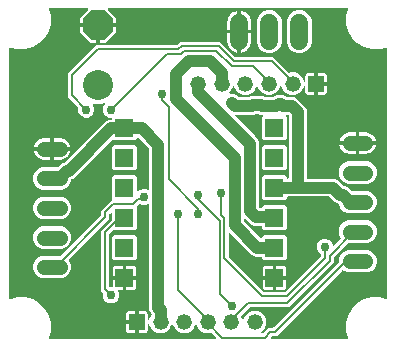
<source format=gbr>
G04 EAGLE Gerber RS-274X export*
G75*
%MOMM*%
%FSLAX34Y34*%
%LPD*%
%AMOC8*
5,1,8,0,0,1.08239X$1,22.5*%
G01*
%ADD10R,1.508000X1.508000*%
%ADD11R,1.320800X1.320800*%
%ADD12C,1.320800*%
%ADD13C,1.308000*%
%ADD14C,2.540000*%
%ADD15P,2.749271X8X112.500000*%
%ADD16C,1.524000*%
%ADD17C,1.000000*%
%ADD18C,0.200000*%
%ADD19C,0.756400*%

G36*
X184281Y10012D02*
X184281Y10012D01*
X184353Y10014D01*
X184402Y10032D01*
X184453Y10040D01*
X184517Y10074D01*
X184584Y10099D01*
X184625Y10131D01*
X184671Y10156D01*
X184720Y10207D01*
X184776Y10252D01*
X184804Y10296D01*
X184840Y10334D01*
X184870Y10399D01*
X184909Y10459D01*
X184922Y10510D01*
X184944Y10557D01*
X184952Y10628D01*
X184969Y10698D01*
X184965Y10750D01*
X184971Y10801D01*
X184956Y10872D01*
X184950Y10943D01*
X184930Y10991D01*
X184919Y11042D01*
X184882Y11103D01*
X184854Y11169D01*
X184809Y11225D01*
X184792Y11253D01*
X184775Y11268D01*
X184749Y11300D01*
X181332Y14717D01*
X181238Y14784D01*
X181144Y14855D01*
X181138Y14857D01*
X181133Y14860D01*
X181022Y14895D01*
X180910Y14931D01*
X180903Y14931D01*
X180897Y14933D01*
X180781Y14930D01*
X180664Y14929D01*
X180657Y14927D01*
X180652Y14926D01*
X180634Y14920D01*
X180503Y14882D01*
X179810Y14595D01*
X175990Y14595D01*
X172459Y16058D01*
X169758Y18759D01*
X168603Y21546D01*
X168565Y21607D01*
X168536Y21672D01*
X168501Y21711D01*
X168474Y21755D01*
X168418Y21801D01*
X168370Y21853D01*
X168324Y21879D01*
X168284Y21912D01*
X168217Y21937D01*
X168154Y21972D01*
X168103Y21981D01*
X168055Y22000D01*
X167983Y22003D01*
X167912Y22016D01*
X167861Y22008D01*
X167809Y22010D01*
X167740Y21990D01*
X167669Y21980D01*
X167623Y21956D01*
X167573Y21942D01*
X167514Y21901D01*
X167450Y21868D01*
X167413Y21831D01*
X167371Y21802D01*
X167328Y21744D01*
X167278Y21693D01*
X167243Y21630D01*
X167224Y21604D01*
X167217Y21582D01*
X167197Y21546D01*
X166042Y18759D01*
X163341Y16058D01*
X159810Y14595D01*
X155990Y14595D01*
X152459Y16058D01*
X149758Y18759D01*
X148603Y21546D01*
X148565Y21607D01*
X148536Y21672D01*
X148501Y21711D01*
X148474Y21755D01*
X148418Y21801D01*
X148370Y21853D01*
X148324Y21879D01*
X148284Y21912D01*
X148217Y21937D01*
X148154Y21972D01*
X148103Y21981D01*
X148055Y22000D01*
X147983Y22003D01*
X147912Y22016D01*
X147861Y22008D01*
X147809Y22010D01*
X147740Y21990D01*
X147669Y21980D01*
X147623Y21956D01*
X147573Y21942D01*
X147514Y21901D01*
X147450Y21868D01*
X147413Y21831D01*
X147371Y21802D01*
X147328Y21744D01*
X147278Y21693D01*
X147243Y21630D01*
X147224Y21604D01*
X147217Y21582D01*
X147197Y21546D01*
X146042Y18759D01*
X143341Y16058D01*
X139810Y14595D01*
X135990Y14595D01*
X132459Y16058D01*
X129758Y18759D01*
X128509Y21773D01*
X128458Y21856D01*
X128412Y21942D01*
X128393Y21960D01*
X128380Y21982D01*
X128305Y22044D01*
X128234Y22111D01*
X128210Y22122D01*
X128190Y22139D01*
X128099Y22174D01*
X128011Y22215D01*
X127985Y22218D01*
X127961Y22227D01*
X127863Y22231D01*
X127767Y22242D01*
X127741Y22236D01*
X127715Y22237D01*
X127621Y22210D01*
X127526Y22189D01*
X127504Y22176D01*
X127479Y22169D01*
X127399Y22113D01*
X127315Y22063D01*
X127298Y22043D01*
X127277Y22029D01*
X127218Y21950D01*
X127155Y21876D01*
X127145Y21852D01*
X127130Y21831D01*
X127100Y21739D01*
X127063Y21648D01*
X127060Y21616D01*
X127054Y21597D01*
X127054Y21564D01*
X127045Y21482D01*
X127045Y17262D01*
X126872Y16615D01*
X126537Y16036D01*
X126064Y15563D01*
X125485Y15228D01*
X124838Y15055D01*
X119423Y15055D01*
X119423Y23438D01*
X119420Y23458D01*
X119422Y23477D01*
X119400Y23579D01*
X119383Y23681D01*
X119374Y23698D01*
X119370Y23718D01*
X119317Y23807D01*
X119268Y23898D01*
X119254Y23912D01*
X119244Y23929D01*
X119165Y23996D01*
X119090Y24067D01*
X119072Y24076D01*
X119057Y24089D01*
X118961Y24127D01*
X118867Y24171D01*
X118847Y24173D01*
X118829Y24181D01*
X118662Y24199D01*
X117899Y24199D01*
X117899Y24201D01*
X118662Y24201D01*
X118682Y24204D01*
X118701Y24202D01*
X118803Y24224D01*
X118905Y24241D01*
X118922Y24250D01*
X118942Y24254D01*
X119031Y24307D01*
X119122Y24356D01*
X119136Y24370D01*
X119153Y24380D01*
X119220Y24459D01*
X119291Y24534D01*
X119300Y24552D01*
X119313Y24567D01*
X119352Y24663D01*
X119395Y24757D01*
X119397Y24777D01*
X119405Y24795D01*
X119423Y24962D01*
X119423Y33345D01*
X124838Y33345D01*
X125485Y33172D01*
X126064Y32837D01*
X126537Y32364D01*
X126872Y31785D01*
X127045Y31138D01*
X127045Y26918D01*
X127060Y26822D01*
X127070Y26725D01*
X127080Y26702D01*
X127084Y26676D01*
X127130Y26590D01*
X127170Y26501D01*
X127187Y26481D01*
X127200Y26458D01*
X127270Y26391D01*
X127336Y26320D01*
X127359Y26307D01*
X127378Y26289D01*
X127466Y26248D01*
X127552Y26201D01*
X127577Y26196D01*
X127601Y26185D01*
X127698Y26175D01*
X127794Y26157D01*
X127820Y26161D01*
X127845Y26158D01*
X127941Y26179D01*
X128037Y26193D01*
X128060Y26205D01*
X128086Y26211D01*
X128169Y26260D01*
X128256Y26305D01*
X128275Y26323D01*
X128297Y26337D01*
X128360Y26411D01*
X128428Y26480D01*
X128444Y26509D01*
X128457Y26524D01*
X128469Y26554D01*
X128509Y26627D01*
X129758Y29641D01*
X130216Y30099D01*
X130228Y30116D01*
X130244Y30128D01*
X130300Y30215D01*
X130360Y30299D01*
X130366Y30318D01*
X130377Y30335D01*
X130402Y30435D01*
X130432Y30534D01*
X130432Y30554D01*
X130437Y30574D01*
X130429Y30677D01*
X130426Y30780D01*
X130419Y30799D01*
X130417Y30819D01*
X130377Y30914D01*
X130341Y31011D01*
X130329Y31027D01*
X130321Y31045D01*
X130216Y31176D01*
X129641Y31751D01*
X128499Y34508D01*
X128499Y123383D01*
X128492Y123428D01*
X128494Y123474D01*
X128472Y123549D01*
X128460Y123626D01*
X128438Y123666D01*
X128425Y123710D01*
X128381Y123774D01*
X128344Y123843D01*
X128311Y123874D01*
X128285Y123912D01*
X128222Y123959D01*
X128166Y124012D01*
X128124Y124032D01*
X128088Y124059D01*
X128014Y124083D01*
X127943Y124116D01*
X127897Y124121D01*
X127854Y124135D01*
X127776Y124134D01*
X127699Y124143D01*
X127654Y124133D01*
X127608Y124133D01*
X127476Y124095D01*
X127458Y124091D01*
X127454Y124088D01*
X127447Y124086D01*
X125349Y123217D01*
X122651Y123217D01*
X120658Y124043D01*
X120545Y124069D01*
X120431Y124098D01*
X120425Y124097D01*
X120419Y124099D01*
X120302Y124088D01*
X120186Y124079D01*
X120180Y124076D01*
X120174Y124076D01*
X120066Y124028D01*
X119959Y123982D01*
X119954Y123978D01*
X119949Y123976D01*
X119935Y123963D01*
X119828Y123878D01*
X118076Y122125D01*
X118064Y122109D01*
X118048Y122096D01*
X117992Y122009D01*
X117932Y121925D01*
X117926Y121906D01*
X117915Y121889D01*
X117890Y121789D01*
X117860Y121690D01*
X117860Y121670D01*
X117855Y121651D01*
X117863Y121547D01*
X117866Y121444D01*
X117873Y121425D01*
X117874Y121405D01*
X117915Y121311D01*
X117941Y121239D01*
X117941Y103617D01*
X116183Y101859D01*
X98564Y101859D01*
X98552Y101868D01*
X98533Y101874D01*
X98516Y101885D01*
X98416Y101910D01*
X98317Y101940D01*
X98297Y101940D01*
X98278Y101945D01*
X98175Y101937D01*
X98071Y101934D01*
X98052Y101927D01*
X98033Y101926D01*
X97938Y101885D01*
X97840Y101850D01*
X97825Y101837D01*
X97806Y101829D01*
X97675Y101724D01*
X94724Y98773D01*
X94671Y98699D01*
X94611Y98629D01*
X94599Y98599D01*
X94580Y98573D01*
X94553Y98486D01*
X94519Y98401D01*
X94515Y98360D01*
X94508Y98338D01*
X94509Y98306D01*
X94501Y98235D01*
X94501Y54544D01*
X94504Y54524D01*
X94502Y54505D01*
X94524Y54403D01*
X94540Y54301D01*
X94550Y54284D01*
X94554Y54264D01*
X94607Y54175D01*
X94656Y54084D01*
X94670Y54070D01*
X94680Y54053D01*
X94759Y53986D01*
X94834Y53914D01*
X94852Y53906D01*
X94867Y53893D01*
X94963Y53854D01*
X95057Y53811D01*
X95077Y53809D01*
X95095Y53801D01*
X95262Y53783D01*
X96558Y53783D01*
X96578Y53786D01*
X96597Y53784D01*
X96699Y53806D01*
X96801Y53822D01*
X96818Y53832D01*
X96838Y53836D01*
X96927Y53889D01*
X97018Y53938D01*
X97032Y53952D01*
X97049Y53962D01*
X97116Y54041D01*
X97188Y54116D01*
X97196Y54134D01*
X97209Y54149D01*
X97248Y54245D01*
X97291Y54339D01*
X97293Y54359D01*
X97301Y54377D01*
X97319Y54544D01*
X97319Y60077D01*
X105877Y60077D01*
X105877Y51519D01*
X102609Y51519D01*
X102564Y51512D01*
X102518Y51514D01*
X102443Y51492D01*
X102366Y51480D01*
X102326Y51458D01*
X102282Y51445D01*
X102218Y51401D01*
X102149Y51364D01*
X102117Y51331D01*
X102079Y51305D01*
X102033Y51242D01*
X101979Y51186D01*
X101960Y51144D01*
X101933Y51108D01*
X101909Y51034D01*
X101876Y50963D01*
X101871Y50917D01*
X101857Y50874D01*
X101857Y50796D01*
X101849Y50719D01*
X101858Y50674D01*
X101859Y50628D01*
X101897Y50496D01*
X101901Y50478D01*
X101904Y50474D01*
X101906Y50467D01*
X102783Y48349D01*
X102783Y45651D01*
X101750Y43158D01*
X99842Y41250D01*
X97349Y40217D01*
X94651Y40217D01*
X92158Y41250D01*
X90250Y43158D01*
X89217Y45651D01*
X89217Y48440D01*
X89219Y48448D01*
X89219Y48454D01*
X89220Y48460D01*
X89217Y48491D01*
X89217Y48501D01*
X89215Y48514D01*
X89209Y48577D01*
X89200Y48693D01*
X89198Y48699D01*
X89197Y48705D01*
X89149Y48813D01*
X89104Y48919D01*
X89099Y48925D01*
X89097Y48930D01*
X89084Y48944D01*
X88999Y49050D01*
X87499Y50550D01*
X87499Y101450D01*
X96636Y110587D01*
X96689Y110661D01*
X96749Y110731D01*
X96761Y110761D01*
X96780Y110787D01*
X96807Y110874D01*
X96841Y110959D01*
X96845Y111000D01*
X96852Y111022D01*
X96851Y111054D01*
X96859Y111125D01*
X96859Y116071D01*
X96848Y116141D01*
X96846Y116213D01*
X96828Y116262D01*
X96820Y116313D01*
X96786Y116377D01*
X96761Y116444D01*
X96729Y116485D01*
X96704Y116531D01*
X96652Y116580D01*
X96608Y116636D01*
X96564Y116664D01*
X96526Y116700D01*
X96461Y116730D01*
X96401Y116769D01*
X96350Y116782D01*
X96303Y116804D01*
X96232Y116812D01*
X96162Y116829D01*
X96110Y116825D01*
X96059Y116831D01*
X95988Y116816D01*
X95917Y116810D01*
X95869Y116790D01*
X95818Y116779D01*
X95757Y116742D01*
X95691Y116714D01*
X95635Y116669D01*
X95607Y116652D01*
X95592Y116635D01*
X95560Y116609D01*
X94724Y115773D01*
X94671Y115699D01*
X94611Y115629D01*
X94599Y115599D01*
X94580Y115573D01*
X94553Y115486D01*
X94519Y115401D01*
X94515Y115360D01*
X94508Y115338D01*
X94509Y115306D01*
X94501Y115235D01*
X94501Y111550D01*
X92227Y109276D01*
X60430Y77479D01*
X60418Y77463D01*
X60403Y77451D01*
X60347Y77363D01*
X60286Y77279D01*
X60281Y77260D01*
X60270Y77244D01*
X60245Y77143D01*
X60214Y77044D01*
X60215Y77024D01*
X60210Y77005D01*
X60218Y76902D01*
X60220Y76799D01*
X60227Y76780D01*
X60229Y76760D01*
X60269Y76665D01*
X60305Y76567D01*
X60317Y76552D01*
X60325Y76534D01*
X60430Y76403D01*
X60728Y76104D01*
X62181Y72598D01*
X62181Y68802D01*
X60728Y65296D01*
X58044Y62612D01*
X54538Y61159D01*
X37662Y61159D01*
X34156Y62612D01*
X31472Y65296D01*
X30019Y68802D01*
X30019Y72598D01*
X31472Y76104D01*
X34156Y78788D01*
X37662Y80241D01*
X52975Y80241D01*
X53065Y80255D01*
X53156Y80263D01*
X53185Y80275D01*
X53217Y80280D01*
X53298Y80323D01*
X53382Y80359D01*
X53414Y80385D01*
X53435Y80396D01*
X53457Y80419D01*
X53513Y80464D01*
X87276Y114227D01*
X87329Y114301D01*
X87389Y114371D01*
X87401Y114401D01*
X87420Y114427D01*
X87447Y114514D01*
X87481Y114599D01*
X87485Y114640D01*
X87492Y114662D01*
X87491Y114694D01*
X87499Y114765D01*
X87499Y118450D01*
X96552Y127503D01*
X96609Y127512D01*
X96680Y127514D01*
X96729Y127532D01*
X96781Y127540D01*
X96844Y127574D01*
X96911Y127599D01*
X96952Y127631D01*
X96998Y127656D01*
X97047Y127707D01*
X97103Y127752D01*
X97131Y127796D01*
X97167Y127834D01*
X97198Y127899D01*
X97236Y127959D01*
X97249Y128010D01*
X97271Y128057D01*
X97279Y128128D01*
X97296Y128198D01*
X97292Y128250D01*
X97298Y128301D01*
X97283Y128372D01*
X97277Y128443D01*
X97257Y128491D01*
X97246Y128542D01*
X97209Y128603D01*
X97181Y128669D01*
X97136Y128725D01*
X97120Y128753D01*
X97102Y128768D01*
X97076Y128800D01*
X96859Y129017D01*
X96859Y146583D01*
X98617Y148341D01*
X116183Y148341D01*
X117941Y146583D01*
X117941Y135371D01*
X117952Y135300D01*
X117954Y135228D01*
X117972Y135179D01*
X117980Y135128D01*
X118014Y135065D01*
X118039Y134997D01*
X118071Y134957D01*
X118096Y134911D01*
X118148Y134861D01*
X118192Y134805D01*
X118236Y134777D01*
X118274Y134741D01*
X118339Y134711D01*
X118399Y134672D01*
X118450Y134660D01*
X118497Y134638D01*
X118568Y134630D01*
X118638Y134612D01*
X118690Y134616D01*
X118741Y134611D01*
X118812Y134626D01*
X118883Y134631D01*
X118931Y134652D01*
X118982Y134663D01*
X119043Y134700D01*
X119109Y134728D01*
X119165Y134772D01*
X119193Y134789D01*
X119208Y134807D01*
X119240Y134832D01*
X120158Y135750D01*
X122651Y136783D01*
X125349Y136783D01*
X127447Y135914D01*
X127491Y135903D01*
X127533Y135884D01*
X127610Y135876D01*
X127686Y135858D01*
X127732Y135862D01*
X127777Y135857D01*
X127854Y135874D01*
X127931Y135881D01*
X127973Y135899D01*
X128018Y135909D01*
X128085Y135949D01*
X128156Y135981D01*
X128190Y136012D01*
X128229Y136035D01*
X128280Y136095D01*
X128337Y136147D01*
X128359Y136187D01*
X128389Y136222D01*
X128418Y136295D01*
X128455Y136363D01*
X128464Y136408D01*
X128481Y136450D01*
X128496Y136586D01*
X128499Y136605D01*
X128498Y136610D01*
X128499Y136617D01*
X128499Y170578D01*
X128485Y170668D01*
X128477Y170759D01*
X128465Y170789D01*
X128460Y170821D01*
X128417Y170901D01*
X128381Y170985D01*
X128355Y171017D01*
X128344Y171038D01*
X128321Y171060D01*
X128276Y171116D01*
X119240Y180152D01*
X119182Y180194D01*
X119130Y180243D01*
X119083Y180265D01*
X119041Y180296D01*
X118972Y180317D01*
X118907Y180347D01*
X118855Y180353D01*
X118805Y180368D01*
X118734Y180366D01*
X118663Y180374D01*
X118612Y180363D01*
X118560Y180362D01*
X118492Y180337D01*
X118422Y180322D01*
X118377Y180295D01*
X118329Y180277D01*
X118273Y180232D01*
X118211Y180196D01*
X118177Y180156D01*
X118137Y180123D01*
X118098Y180063D01*
X118051Y180009D01*
X118032Y179960D01*
X118004Y179917D01*
X117991Y179867D01*
X116183Y178059D01*
X98617Y178059D01*
X98180Y178496D01*
X98164Y178508D01*
X98152Y178523D01*
X98065Y178579D01*
X97981Y178640D01*
X97962Y178645D01*
X97945Y178656D01*
X97844Y178682D01*
X97745Y178712D01*
X97726Y178711D01*
X97706Y178716D01*
X97603Y178708D01*
X97500Y178706D01*
X97481Y178699D01*
X97461Y178697D01*
X97366Y178657D01*
X97269Y178621D01*
X97253Y178609D01*
X97235Y178601D01*
X97104Y178496D01*
X64249Y145641D01*
X62682Y144992D01*
X62626Y144957D01*
X62565Y144932D01*
X62501Y144880D01*
X62473Y144862D01*
X62460Y144847D01*
X62434Y144827D01*
X62403Y144796D01*
X62350Y144722D01*
X62291Y144653D01*
X62279Y144622D01*
X62260Y144596D01*
X62233Y144509D01*
X62199Y144424D01*
X62195Y144383D01*
X62188Y144361D01*
X62189Y144329D01*
X62181Y144258D01*
X62181Y143802D01*
X60728Y140296D01*
X58044Y137612D01*
X54538Y136159D01*
X37662Y136159D01*
X34156Y137612D01*
X31472Y140296D01*
X30019Y143802D01*
X30019Y147598D01*
X31472Y151104D01*
X34156Y153788D01*
X37662Y155241D01*
X51318Y155241D01*
X51408Y155255D01*
X51499Y155263D01*
X51529Y155275D01*
X51561Y155280D01*
X51641Y155323D01*
X51725Y155359D01*
X51757Y155385D01*
X51778Y155396D01*
X51800Y155419D01*
X51856Y155464D01*
X54751Y158359D01*
X56318Y159008D01*
X56374Y159043D01*
X56434Y159068D01*
X56499Y159120D01*
X56527Y159138D01*
X56540Y159153D01*
X56565Y159173D01*
X89534Y192142D01*
X91751Y194359D01*
X94508Y195501D01*
X96098Y195501D01*
X96118Y195504D01*
X96137Y195502D01*
X96239Y195524D01*
X96341Y195540D01*
X96358Y195550D01*
X96378Y195554D01*
X96467Y195607D01*
X96558Y195656D01*
X96572Y195670D01*
X96589Y195680D01*
X96656Y195759D01*
X96728Y195834D01*
X96736Y195852D01*
X96749Y195867D01*
X96788Y195963D01*
X96831Y196057D01*
X96833Y196077D01*
X96841Y196095D01*
X96859Y196262D01*
X96859Y196456D01*
X96856Y196476D01*
X96858Y196495D01*
X96836Y196597D01*
X96820Y196699D01*
X96810Y196716D01*
X96806Y196736D01*
X96753Y196825D01*
X96704Y196916D01*
X96690Y196930D01*
X96680Y196947D01*
X96601Y197014D01*
X96526Y197086D01*
X96508Y197094D01*
X96493Y197107D01*
X96397Y197146D01*
X96303Y197189D01*
X96283Y197191D01*
X96265Y197199D01*
X96098Y197217D01*
X94651Y197217D01*
X92158Y198250D01*
X90250Y200158D01*
X89217Y202651D01*
X89217Y205349D01*
X90250Y207842D01*
X90852Y208445D01*
X90909Y208524D01*
X90971Y208599D01*
X90981Y208623D01*
X90996Y208644D01*
X91024Y208737D01*
X91059Y208828D01*
X91060Y208854D01*
X91068Y208879D01*
X91066Y208977D01*
X91070Y209074D01*
X91063Y209099D01*
X91062Y209125D01*
X91028Y209217D01*
X91001Y209310D01*
X90986Y209332D01*
X90977Y209356D01*
X90916Y209432D01*
X90861Y209512D01*
X90840Y209528D01*
X90824Y209548D01*
X90742Y209601D01*
X90664Y209659D01*
X90639Y209667D01*
X90617Y209681D01*
X90522Y209705D01*
X90430Y209735D01*
X90404Y209735D01*
X90378Y209741D01*
X90281Y209734D01*
X90184Y209733D01*
X90152Y209724D01*
X90133Y209722D01*
X90103Y209709D01*
X90023Y209686D01*
X88123Y208899D01*
X81877Y208899D01*
X81684Y208979D01*
X81605Y208998D01*
X81550Y209019D01*
X81528Y209020D01*
X81492Y209031D01*
X81468Y209030D01*
X81445Y209035D01*
X81357Y209027D01*
X81304Y209029D01*
X81286Y209024D01*
X81246Y209023D01*
X81224Y209014D01*
X81200Y209012D01*
X81115Y208974D01*
X81068Y208961D01*
X81055Y208951D01*
X81015Y208937D01*
X80997Y208922D01*
X80975Y208912D01*
X80905Y208847D01*
X80866Y208820D01*
X80857Y208808D01*
X80824Y208782D01*
X80812Y208762D01*
X80794Y208746D01*
X80748Y208661D01*
X80719Y208623D01*
X80715Y208608D01*
X80693Y208574D01*
X80687Y208551D01*
X80676Y208530D01*
X80659Y208438D01*
X80643Y208389D01*
X80643Y208372D01*
X80634Y208335D01*
X80636Y208311D01*
X80632Y208288D01*
X80645Y208200D01*
X80645Y208143D01*
X80652Y208119D01*
X80655Y208090D01*
X80664Y208068D01*
X80668Y208045D01*
X80682Y208016D01*
X80692Y207982D01*
X81783Y205349D01*
X81783Y202651D01*
X80750Y200158D01*
X78842Y198250D01*
X76349Y197217D01*
X73651Y197217D01*
X71158Y198250D01*
X69250Y200158D01*
X68217Y202651D01*
X68217Y205440D01*
X68219Y205448D01*
X68219Y205454D01*
X68220Y205460D01*
X68217Y205491D01*
X68217Y205501D01*
X68215Y205514D01*
X68209Y205577D01*
X68200Y205693D01*
X68198Y205699D01*
X68197Y205705D01*
X68149Y205813D01*
X68104Y205919D01*
X68099Y205925D01*
X68097Y205930D01*
X68084Y205944D01*
X67999Y206050D01*
X59499Y214550D01*
X59499Y234450D01*
X83550Y258501D01*
X151235Y258501D01*
X151325Y258515D01*
X151416Y258523D01*
X151445Y258535D01*
X151477Y258540D01*
X151558Y258583D01*
X151642Y258619D01*
X151674Y258645D01*
X151695Y258656D01*
X151717Y258679D01*
X151773Y258724D01*
X154550Y261501D01*
X188450Y261501D01*
X201227Y248724D01*
X201301Y248671D01*
X201371Y248611D01*
X201401Y248599D01*
X201427Y248580D01*
X201514Y248553D01*
X201599Y248519D01*
X201640Y248515D01*
X201662Y248508D01*
X201694Y248509D01*
X201765Y248501D01*
X233450Y248501D01*
X246551Y235400D01*
X246645Y235332D01*
X246739Y235262D01*
X246745Y235260D01*
X246750Y235257D01*
X246861Y235222D01*
X246973Y235186D01*
X246979Y235186D01*
X246985Y235184D01*
X247102Y235187D01*
X247219Y235188D01*
X247226Y235191D01*
X247231Y235191D01*
X247249Y235197D01*
X247380Y235235D01*
X247790Y235405D01*
X251610Y235405D01*
X255141Y233942D01*
X257842Y231241D01*
X259091Y228227D01*
X259142Y228144D01*
X259188Y228058D01*
X259207Y228040D01*
X259220Y228018D01*
X259295Y227956D01*
X259366Y227889D01*
X259390Y227878D01*
X259410Y227861D01*
X259501Y227826D01*
X259589Y227785D01*
X259615Y227782D01*
X259639Y227773D01*
X259737Y227769D01*
X259833Y227758D01*
X259859Y227764D01*
X259885Y227763D01*
X259979Y227790D01*
X260074Y227811D01*
X260096Y227824D01*
X260121Y227831D01*
X260201Y227887D01*
X260285Y227937D01*
X260302Y227957D01*
X260323Y227971D01*
X260382Y228050D01*
X260445Y228124D01*
X260455Y228148D01*
X260470Y228169D01*
X260500Y228261D01*
X260537Y228352D01*
X260540Y228384D01*
X260546Y228403D01*
X260546Y228436D01*
X260555Y228518D01*
X260555Y232738D01*
X260728Y233385D01*
X261063Y233964D01*
X261536Y234437D01*
X262115Y234772D01*
X262762Y234945D01*
X268177Y234945D01*
X268177Y226562D01*
X268180Y226542D01*
X268178Y226523D01*
X268200Y226421D01*
X268217Y226319D01*
X268226Y226302D01*
X268230Y226282D01*
X268283Y226193D01*
X268332Y226102D01*
X268346Y226088D01*
X268356Y226071D01*
X268435Y226004D01*
X268510Y225933D01*
X268528Y225924D01*
X268543Y225911D01*
X268639Y225873D01*
X268733Y225829D01*
X268753Y225827D01*
X268771Y225819D01*
X268938Y225801D01*
X269701Y225801D01*
X269701Y225799D01*
X268938Y225799D01*
X268918Y225796D01*
X268899Y225798D01*
X268797Y225776D01*
X268695Y225759D01*
X268678Y225750D01*
X268658Y225746D01*
X268569Y225693D01*
X268478Y225644D01*
X268464Y225630D01*
X268447Y225620D01*
X268380Y225541D01*
X268309Y225466D01*
X268300Y225448D01*
X268287Y225433D01*
X268248Y225337D01*
X268205Y225243D01*
X268203Y225223D01*
X268195Y225205D01*
X268177Y225038D01*
X268177Y216655D01*
X262762Y216655D01*
X262115Y216828D01*
X261536Y217163D01*
X261063Y217636D01*
X260728Y218215D01*
X260555Y218862D01*
X260555Y223082D01*
X260540Y223178D01*
X260530Y223275D01*
X260520Y223299D01*
X260516Y223324D01*
X260470Y223410D01*
X260430Y223499D01*
X260413Y223519D01*
X260400Y223542D01*
X260330Y223609D01*
X260264Y223680D01*
X260241Y223693D01*
X260222Y223711D01*
X260134Y223752D01*
X260048Y223799D01*
X260023Y223804D01*
X259999Y223815D01*
X259902Y223825D01*
X259806Y223843D01*
X259780Y223839D01*
X259755Y223842D01*
X259659Y223821D01*
X259563Y223807D01*
X259540Y223795D01*
X259514Y223790D01*
X259431Y223740D01*
X259344Y223695D01*
X259325Y223677D01*
X259303Y223663D01*
X259240Y223589D01*
X259172Y223520D01*
X259156Y223491D01*
X259143Y223476D01*
X259131Y223446D01*
X259091Y223373D01*
X257842Y220359D01*
X255141Y217658D01*
X251610Y216195D01*
X247790Y216195D01*
X244259Y217658D01*
X241558Y220359D01*
X240403Y223146D01*
X240365Y223207D01*
X240336Y223272D01*
X240301Y223311D01*
X240274Y223355D01*
X240218Y223401D01*
X240170Y223453D01*
X240124Y223479D01*
X240084Y223512D01*
X240017Y223537D01*
X239954Y223572D01*
X239903Y223581D01*
X239855Y223600D01*
X239783Y223603D01*
X239712Y223616D01*
X239661Y223608D01*
X239609Y223610D01*
X239540Y223590D01*
X239469Y223580D01*
X239423Y223556D01*
X239373Y223542D01*
X239314Y223501D01*
X239250Y223468D01*
X239213Y223431D01*
X239171Y223402D01*
X239128Y223344D01*
X239078Y223293D01*
X239043Y223230D01*
X239024Y223204D01*
X239017Y223182D01*
X238997Y223146D01*
X237842Y220359D01*
X235141Y217658D01*
X231610Y216195D01*
X227790Y216195D01*
X224259Y217658D01*
X221558Y220359D01*
X220403Y223146D01*
X220365Y223207D01*
X220336Y223272D01*
X220301Y223311D01*
X220274Y223355D01*
X220218Y223401D01*
X220170Y223453D01*
X220124Y223479D01*
X220084Y223512D01*
X220017Y223537D01*
X219954Y223572D01*
X219903Y223581D01*
X219855Y223600D01*
X219783Y223603D01*
X219712Y223616D01*
X219661Y223608D01*
X219609Y223610D01*
X219540Y223590D01*
X219469Y223580D01*
X219423Y223556D01*
X219373Y223542D01*
X219314Y223501D01*
X219250Y223468D01*
X219213Y223431D01*
X219171Y223402D01*
X219128Y223344D01*
X219078Y223293D01*
X219043Y223230D01*
X219024Y223204D01*
X219017Y223182D01*
X218997Y223146D01*
X217842Y220359D01*
X215141Y217658D01*
X211610Y216195D01*
X207790Y216195D01*
X204259Y217658D01*
X201558Y220359D01*
X200403Y223146D01*
X200365Y223207D01*
X200336Y223272D01*
X200301Y223311D01*
X200274Y223355D01*
X200218Y223401D01*
X200170Y223453D01*
X200124Y223479D01*
X200084Y223512D01*
X200017Y223537D01*
X199954Y223572D01*
X199903Y223581D01*
X199855Y223600D01*
X199783Y223603D01*
X199712Y223616D01*
X199661Y223608D01*
X199609Y223610D01*
X199540Y223590D01*
X199469Y223580D01*
X199423Y223556D01*
X199373Y223542D01*
X199314Y223501D01*
X199250Y223468D01*
X199213Y223431D01*
X199171Y223402D01*
X199128Y223344D01*
X199078Y223293D01*
X199043Y223230D01*
X199024Y223204D01*
X199017Y223182D01*
X198997Y223146D01*
X197842Y220359D01*
X196283Y218800D01*
X196242Y218742D01*
X196192Y218690D01*
X196170Y218643D01*
X196140Y218601D01*
X196119Y218532D01*
X196089Y218467D01*
X196083Y218415D01*
X196067Y218365D01*
X196069Y218294D01*
X196061Y218223D01*
X196073Y218172D01*
X196074Y218120D01*
X196098Y218052D01*
X196114Y217982D01*
X196140Y217937D01*
X196158Y217889D01*
X196203Y217833D01*
X196240Y217771D01*
X196279Y217737D01*
X196312Y217697D01*
X196372Y217658D01*
X196427Y217611D01*
X196475Y217592D01*
X196519Y217564D01*
X196588Y217546D01*
X196655Y217519D01*
X196726Y217511D01*
X196757Y217503D01*
X196781Y217505D01*
X196822Y217501D01*
X199492Y217501D01*
X202249Y216359D01*
X203884Y214724D01*
X203958Y214671D01*
X204027Y214611D01*
X204058Y214599D01*
X204084Y214580D01*
X204171Y214553D01*
X204256Y214519D01*
X204296Y214515D01*
X204319Y214508D01*
X204351Y214509D01*
X204422Y214501D01*
X211942Y214501D01*
X212007Y214511D01*
X212073Y214512D01*
X212153Y214535D01*
X212185Y214540D01*
X212202Y214550D01*
X212234Y214559D01*
X214508Y215501D01*
X224492Y215501D01*
X226766Y214559D01*
X226830Y214544D01*
X226891Y214519D01*
X226974Y214510D01*
X227006Y214503D01*
X227025Y214504D01*
X227058Y214501D01*
X232578Y214501D01*
X232668Y214515D01*
X232759Y214523D01*
X232789Y214535D01*
X232821Y214540D01*
X232901Y214583D01*
X232985Y214619D01*
X233017Y214645D01*
X233038Y214656D01*
X233060Y214679D01*
X233116Y214724D01*
X233751Y215359D01*
X236508Y216501D01*
X241492Y216501D01*
X244249Y215359D01*
X244884Y214724D01*
X244958Y214671D01*
X245027Y214611D01*
X245058Y214599D01*
X245084Y214580D01*
X245171Y214553D01*
X245256Y214519D01*
X245296Y214515D01*
X245319Y214508D01*
X245351Y214509D01*
X245422Y214501D01*
X250492Y214501D01*
X253249Y213359D01*
X255466Y211142D01*
X260359Y206249D01*
X261501Y203492D01*
X261501Y146262D01*
X261504Y146243D01*
X261502Y146225D01*
X261502Y146224D01*
X261502Y146223D01*
X261524Y146121D01*
X261540Y146019D01*
X261550Y146002D01*
X261554Y145982D01*
X261607Y145893D01*
X261656Y145802D01*
X261670Y145788D01*
X261680Y145771D01*
X261759Y145704D01*
X261834Y145632D01*
X261852Y145624D01*
X261867Y145611D01*
X261963Y145572D01*
X262057Y145529D01*
X262077Y145527D01*
X262095Y145519D01*
X262262Y145501D01*
X285492Y145501D01*
X288249Y144359D01*
X292884Y139724D01*
X292958Y139671D01*
X293027Y139611D01*
X293058Y139599D01*
X293084Y139580D01*
X293171Y139553D01*
X293256Y139519D01*
X293296Y139515D01*
X293319Y139508D01*
X293351Y139509D01*
X293422Y139501D01*
X293492Y139501D01*
X296249Y138359D01*
X299144Y135464D01*
X299218Y135411D01*
X299287Y135351D01*
X299318Y135339D01*
X299344Y135320D01*
X299431Y135293D01*
X299516Y135259D01*
X299556Y135255D01*
X299579Y135248D01*
X299611Y135249D01*
X299682Y135241D01*
X313238Y135241D01*
X316744Y133788D01*
X319428Y131104D01*
X320881Y127598D01*
X320881Y123802D01*
X319428Y120296D01*
X316744Y117612D01*
X313238Y116159D01*
X296362Y116159D01*
X292856Y117612D01*
X290172Y120296D01*
X288719Y123802D01*
X288719Y123903D01*
X288700Y124018D01*
X288683Y124134D01*
X288681Y124140D01*
X288680Y124146D01*
X288625Y124248D01*
X288572Y124353D01*
X288567Y124358D01*
X288564Y124363D01*
X288480Y124443D01*
X288396Y124526D01*
X288390Y124529D01*
X288386Y124533D01*
X288369Y124540D01*
X288249Y124606D01*
X285751Y125641D01*
X281116Y130276D01*
X281042Y130329D01*
X280973Y130389D01*
X280942Y130401D01*
X280916Y130420D01*
X280829Y130447D01*
X280744Y130481D01*
X280704Y130485D01*
X280681Y130492D01*
X280649Y130491D01*
X280578Y130499D01*
X245702Y130499D01*
X245682Y130496D01*
X245663Y130498D01*
X245561Y130476D01*
X245459Y130460D01*
X245442Y130450D01*
X245422Y130446D01*
X245333Y130393D01*
X245242Y130344D01*
X245228Y130330D01*
X245211Y130320D01*
X245144Y130241D01*
X245072Y130166D01*
X245064Y130148D01*
X245051Y130133D01*
X245012Y130037D01*
X244969Y129943D01*
X244967Y129923D01*
X244959Y129905D01*
X244941Y129738D01*
X244941Y129017D01*
X243183Y127259D01*
X225617Y127259D01*
X223859Y129017D01*
X223859Y146583D01*
X225617Y148341D01*
X243183Y148341D01*
X244941Y146583D01*
X244941Y146262D01*
X244944Y146243D01*
X244942Y146225D01*
X244942Y146224D01*
X244942Y146223D01*
X244964Y146121D01*
X244980Y146019D01*
X244990Y146002D01*
X244994Y145982D01*
X245047Y145893D01*
X245096Y145802D01*
X245110Y145788D01*
X245120Y145771D01*
X245199Y145704D01*
X245274Y145632D01*
X245292Y145624D01*
X245307Y145611D01*
X245403Y145572D01*
X245497Y145529D01*
X245517Y145527D01*
X245535Y145519D01*
X245702Y145501D01*
X245738Y145501D01*
X245758Y145504D01*
X245777Y145502D01*
X245879Y145524D01*
X245981Y145540D01*
X245998Y145550D01*
X246018Y145554D01*
X246107Y145607D01*
X246198Y145656D01*
X246212Y145670D01*
X246229Y145680D01*
X246296Y145759D01*
X246368Y145834D01*
X246376Y145852D01*
X246389Y145867D01*
X246428Y145963D01*
X246471Y146057D01*
X246473Y146077D01*
X246481Y146095D01*
X246499Y146262D01*
X246499Y198578D01*
X246485Y198668D01*
X246477Y198759D01*
X246465Y198789D01*
X246460Y198821D01*
X246417Y198901D01*
X246381Y198985D01*
X246355Y199017D01*
X246344Y199038D01*
X246321Y199060D01*
X246276Y199116D01*
X246116Y199276D01*
X246042Y199329D01*
X245973Y199389D01*
X245943Y199401D01*
X245916Y199420D01*
X245829Y199447D01*
X245745Y199481D01*
X245704Y199485D01*
X245681Y199492D01*
X245649Y199491D01*
X245578Y199499D01*
X244662Y199499D01*
X244591Y199488D01*
X244520Y199486D01*
X244471Y199468D01*
X244419Y199460D01*
X244356Y199426D01*
X244289Y199401D01*
X244248Y199369D01*
X244202Y199344D01*
X244153Y199292D01*
X244097Y199248D01*
X244069Y199204D01*
X244033Y199166D01*
X244002Y199101D01*
X243964Y199041D01*
X243951Y198990D01*
X243929Y198943D01*
X243921Y198872D01*
X243904Y198802D01*
X243908Y198750D01*
X243902Y198699D01*
X243917Y198628D01*
X243923Y198557D01*
X243943Y198509D01*
X243954Y198458D01*
X243991Y198397D01*
X244019Y198331D01*
X244064Y198275D01*
X244080Y198247D01*
X244098Y198232D01*
X244124Y198200D01*
X244941Y197383D01*
X244941Y179817D01*
X243183Y178059D01*
X225617Y178059D01*
X223859Y179817D01*
X223859Y197383D01*
X224676Y198200D01*
X224718Y198258D01*
X224767Y198310D01*
X224789Y198357D01*
X224820Y198399D01*
X224841Y198468D01*
X224871Y198533D01*
X224877Y198585D01*
X224892Y198635D01*
X224890Y198706D01*
X224898Y198777D01*
X224887Y198828D01*
X224886Y198880D01*
X224861Y198948D01*
X224846Y199018D01*
X224819Y199063D01*
X224801Y199111D01*
X224756Y199167D01*
X224720Y199229D01*
X224680Y199263D01*
X224647Y199303D01*
X224587Y199342D01*
X224533Y199389D01*
X224484Y199408D01*
X224441Y199436D01*
X224371Y199454D01*
X224305Y199481D01*
X224233Y199489D01*
X224202Y199497D01*
X224179Y199495D01*
X224138Y199499D01*
X222508Y199499D01*
X220234Y200441D01*
X220170Y200456D01*
X220109Y200481D01*
X220026Y200490D01*
X219994Y200497D01*
X219975Y200496D01*
X219942Y200499D01*
X219058Y200499D01*
X218993Y200489D01*
X218927Y200488D01*
X218847Y200465D01*
X218815Y200460D01*
X218798Y200450D01*
X218766Y200441D01*
X216492Y199499D01*
X201946Y199499D01*
X201875Y199488D01*
X201804Y199486D01*
X201755Y199468D01*
X201703Y199460D01*
X201640Y199426D01*
X201573Y199401D01*
X201532Y199369D01*
X201486Y199344D01*
X201437Y199292D01*
X201381Y199248D01*
X201353Y199204D01*
X201317Y199166D01*
X201286Y199101D01*
X201248Y199041D01*
X201235Y198990D01*
X201213Y198943D01*
X201205Y198872D01*
X201188Y198802D01*
X201192Y198750D01*
X201186Y198699D01*
X201201Y198628D01*
X201207Y198557D01*
X201227Y198509D01*
X201238Y198458D01*
X201275Y198397D01*
X201303Y198331D01*
X201348Y198275D01*
X201364Y198247D01*
X201382Y198232D01*
X201408Y198200D01*
X218142Y181466D01*
X220359Y179249D01*
X221501Y176492D01*
X221501Y121422D01*
X221515Y121332D01*
X221523Y121241D01*
X221535Y121211D01*
X221540Y121179D01*
X221583Y121099D01*
X221619Y121015D01*
X221645Y120983D01*
X221656Y120962D01*
X221679Y120940D01*
X221724Y120884D01*
X221884Y120724D01*
X221958Y120671D01*
X222027Y120611D01*
X222058Y120599D01*
X222084Y120580D01*
X222171Y120553D01*
X222256Y120519D01*
X222296Y120515D01*
X222319Y120508D01*
X222351Y120509D01*
X222422Y120501D01*
X223098Y120501D01*
X223118Y120504D01*
X223137Y120502D01*
X223239Y120524D01*
X223341Y120540D01*
X223358Y120550D01*
X223378Y120554D01*
X223467Y120607D01*
X223558Y120656D01*
X223572Y120670D01*
X223589Y120680D01*
X223656Y120759D01*
X223728Y120834D01*
X223736Y120852D01*
X223749Y120867D01*
X223788Y120963D01*
X223831Y121057D01*
X223833Y121077D01*
X223841Y121095D01*
X223849Y121173D01*
X225617Y122941D01*
X243183Y122941D01*
X244941Y121183D01*
X244941Y103617D01*
X243183Y101859D01*
X225617Y101859D01*
X223859Y103617D01*
X223859Y104738D01*
X223856Y104758D01*
X223858Y104777D01*
X223836Y104879D01*
X223820Y104981D01*
X223810Y104998D01*
X223806Y105018D01*
X223753Y105107D01*
X223704Y105198D01*
X223690Y105212D01*
X223680Y105229D01*
X223601Y105296D01*
X223526Y105368D01*
X223508Y105376D01*
X223493Y105389D01*
X223397Y105428D01*
X223303Y105471D01*
X223283Y105473D01*
X223265Y105481D01*
X223098Y105499D01*
X217508Y105499D01*
X214751Y106641D01*
X212534Y108858D01*
X209800Y111592D01*
X209742Y111634D01*
X209690Y111683D01*
X209643Y111705D01*
X209601Y111736D01*
X209532Y111757D01*
X209467Y111787D01*
X209415Y111793D01*
X209365Y111808D01*
X209294Y111806D01*
X209223Y111814D01*
X209172Y111803D01*
X209120Y111802D01*
X209052Y111777D01*
X208982Y111762D01*
X208937Y111735D01*
X208889Y111717D01*
X208833Y111672D01*
X208771Y111636D01*
X208737Y111596D01*
X208697Y111563D01*
X208658Y111503D01*
X208611Y111449D01*
X208592Y111400D01*
X208564Y111357D01*
X208546Y111287D01*
X208519Y111221D01*
X208511Y111149D01*
X208503Y111118D01*
X208505Y111095D01*
X208501Y111054D01*
X208501Y109422D01*
X208515Y109332D01*
X208523Y109241D01*
X208535Y109211D01*
X208540Y109179D01*
X208583Y109099D01*
X208619Y109015D01*
X208645Y108983D01*
X208656Y108962D01*
X208679Y108940D01*
X208724Y108884D01*
X222560Y95048D01*
X222618Y95006D01*
X222670Y94957D01*
X222717Y94935D01*
X222759Y94904D01*
X222828Y94883D01*
X222893Y94853D01*
X222945Y94847D01*
X222995Y94832D01*
X223066Y94834D01*
X223137Y94826D01*
X223188Y94837D01*
X223240Y94838D01*
X223308Y94863D01*
X223378Y94878D01*
X223423Y94905D01*
X223471Y94923D01*
X223527Y94968D01*
X223589Y95004D01*
X223623Y95044D01*
X223663Y95077D01*
X223702Y95137D01*
X223749Y95191D01*
X223768Y95240D01*
X223796Y95283D01*
X223814Y95353D01*
X223841Y95419D01*
X223849Y95491D01*
X223857Y95522D01*
X223855Y95545D01*
X223859Y95586D01*
X223859Y95783D01*
X225617Y97541D01*
X243183Y97541D01*
X244941Y95783D01*
X244941Y78217D01*
X243183Y76459D01*
X225617Y76459D01*
X223859Y78217D01*
X223859Y78738D01*
X223856Y78758D01*
X223858Y78777D01*
X223836Y78879D01*
X223820Y78981D01*
X223810Y78998D01*
X223806Y79018D01*
X223753Y79107D01*
X223704Y79198D01*
X223690Y79212D01*
X223680Y79229D01*
X223601Y79296D01*
X223526Y79368D01*
X223508Y79376D01*
X223493Y79389D01*
X223397Y79428D01*
X223303Y79471D01*
X223283Y79473D01*
X223265Y79481D01*
X223098Y79499D01*
X218508Y79499D01*
X215751Y80641D01*
X213534Y82858D01*
X196800Y99592D01*
X196742Y99634D01*
X196690Y99683D01*
X196643Y99705D01*
X196601Y99736D01*
X196532Y99757D01*
X196467Y99787D01*
X196415Y99793D01*
X196365Y99808D01*
X196294Y99806D01*
X196223Y99814D01*
X196172Y99803D01*
X196120Y99802D01*
X196052Y99777D01*
X195982Y99762D01*
X195937Y99735D01*
X195889Y99717D01*
X195833Y99672D01*
X195771Y99636D01*
X195737Y99596D01*
X195697Y99563D01*
X195658Y99503D01*
X195611Y99449D01*
X195592Y99400D01*
X195564Y99357D01*
X195546Y99287D01*
X195519Y99221D01*
X195511Y99149D01*
X195503Y99118D01*
X195505Y99095D01*
X195501Y99054D01*
X195501Y79765D01*
X195515Y79675D01*
X195523Y79584D01*
X195535Y79555D01*
X195540Y79523D01*
X195583Y79442D01*
X195619Y79358D01*
X195645Y79326D01*
X195656Y79305D01*
X195679Y79283D01*
X195724Y79227D01*
X225227Y49724D01*
X225301Y49671D01*
X225371Y49611D01*
X225401Y49599D01*
X225427Y49580D01*
X225514Y49553D01*
X225599Y49519D01*
X225640Y49515D01*
X225662Y49508D01*
X225694Y49509D01*
X225765Y49501D01*
X243235Y49501D01*
X243325Y49515D01*
X243416Y49523D01*
X243445Y49535D01*
X243477Y49540D01*
X243558Y49583D01*
X243642Y49619D01*
X243674Y49645D01*
X243695Y49656D01*
X243717Y49679D01*
X243773Y49724D01*
X273276Y79227D01*
X273329Y79301D01*
X273389Y79371D01*
X273401Y79401D01*
X273420Y79427D01*
X273447Y79514D01*
X273481Y79599D01*
X273485Y79640D01*
X273492Y79662D01*
X273491Y79694D01*
X273499Y79765D01*
X273499Y81600D01*
X273480Y81715D01*
X273463Y81831D01*
X273460Y81837D01*
X273460Y81843D01*
X273405Y81945D01*
X273352Y82051D01*
X273347Y82055D01*
X273344Y82060D01*
X273289Y82112D01*
X273265Y82143D01*
X271250Y84158D01*
X270217Y86651D01*
X270217Y89349D01*
X271250Y91842D01*
X273158Y93750D01*
X275651Y94783D01*
X278349Y94783D01*
X280842Y93750D01*
X282750Y91842D01*
X283820Y89259D01*
X283844Y89220D01*
X283860Y89177D01*
X283909Y89116D01*
X283950Y89050D01*
X283985Y89021D01*
X284014Y88985D01*
X284079Y88943D01*
X284139Y88893D01*
X284182Y88877D01*
X284221Y88852D01*
X284296Y88833D01*
X284369Y88805D01*
X284415Y88803D01*
X284459Y88792D01*
X284537Y88798D01*
X284614Y88795D01*
X284659Y88808D01*
X284704Y88811D01*
X284776Y88842D01*
X284851Y88863D01*
X284888Y88890D01*
X284931Y88908D01*
X285037Y88993D01*
X285053Y89004D01*
X285056Y89008D01*
X285062Y89012D01*
X290220Y94171D01*
X290232Y94187D01*
X290247Y94199D01*
X290303Y94287D01*
X290364Y94371D01*
X290369Y94390D01*
X290380Y94406D01*
X290406Y94507D01*
X290436Y94606D01*
X290435Y94626D01*
X290440Y94645D01*
X290432Y94748D01*
X290430Y94852D01*
X290423Y94870D01*
X290421Y94890D01*
X290381Y94985D01*
X290345Y95083D01*
X290333Y95098D01*
X290325Y95116D01*
X290220Y95247D01*
X290172Y95296D01*
X288719Y98802D01*
X288719Y102598D01*
X290172Y106104D01*
X292856Y108788D01*
X296362Y110241D01*
X313238Y110241D01*
X316744Y108788D01*
X319428Y106104D01*
X320881Y102598D01*
X320881Y98802D01*
X319428Y95296D01*
X316744Y92612D01*
X313238Y91159D01*
X297425Y91159D01*
X297335Y91145D01*
X297244Y91137D01*
X297215Y91125D01*
X297183Y91120D01*
X297102Y91077D01*
X297018Y91041D01*
X296986Y91015D01*
X296965Y91004D01*
X296943Y90981D01*
X296887Y90936D01*
X284724Y78773D01*
X284671Y78699D01*
X284611Y78629D01*
X284599Y78599D01*
X284580Y78573D01*
X284553Y78486D01*
X284519Y78401D01*
X284515Y78360D01*
X284508Y78338D01*
X284509Y78306D01*
X284501Y78235D01*
X284501Y74550D01*
X246450Y36499D01*
X213765Y36499D01*
X213675Y36485D01*
X213584Y36477D01*
X213555Y36465D01*
X213523Y36460D01*
X213442Y36417D01*
X213358Y36381D01*
X213326Y36355D01*
X213305Y36344D01*
X213283Y36321D01*
X213227Y36276D01*
X206563Y29612D01*
X206495Y29518D01*
X206425Y29423D01*
X206423Y29417D01*
X206419Y29412D01*
X206385Y29302D01*
X206349Y29190D01*
X206349Y29183D01*
X206347Y29177D01*
X206350Y29061D01*
X206351Y28944D01*
X206353Y28936D01*
X206353Y28931D01*
X206360Y28914D01*
X206398Y28783D01*
X207197Y26854D01*
X207235Y26793D01*
X207264Y26728D01*
X207299Y26689D01*
X207326Y26645D01*
X207382Y26599D01*
X207430Y26547D01*
X207476Y26521D01*
X207516Y26488D01*
X207583Y26463D01*
X207646Y26428D01*
X207697Y26419D01*
X207745Y26400D01*
X207817Y26397D01*
X207888Y26384D01*
X207939Y26392D01*
X207991Y26390D01*
X208060Y26410D01*
X208131Y26420D01*
X208177Y26444D01*
X208227Y26458D01*
X208286Y26499D01*
X208350Y26532D01*
X208387Y26569D01*
X208429Y26598D01*
X208472Y26656D01*
X208522Y26707D01*
X208557Y26770D01*
X208576Y26796D01*
X208583Y26818D01*
X208603Y26854D01*
X209758Y29641D01*
X212459Y32342D01*
X215990Y33805D01*
X219810Y33805D01*
X223341Y32342D01*
X226042Y29641D01*
X227505Y26110D01*
X227505Y22290D01*
X226042Y18759D01*
X223341Y16057D01*
X223118Y15965D01*
X223035Y15914D01*
X222949Y15868D01*
X222931Y15850D01*
X222909Y15836D01*
X222847Y15761D01*
X222780Y15690D01*
X222769Y15666D01*
X222752Y15646D01*
X222717Y15555D01*
X222676Y15467D01*
X222673Y15441D01*
X222664Y15417D01*
X222660Y15319D01*
X222649Y15223D01*
X222655Y15197D01*
X222653Y15171D01*
X222681Y15077D01*
X222701Y14982D01*
X222715Y14960D01*
X222722Y14935D01*
X222778Y14855D01*
X222827Y14771D01*
X222847Y14754D01*
X222862Y14733D01*
X222940Y14674D01*
X223014Y14611D01*
X223039Y14601D01*
X223060Y14586D01*
X223152Y14556D01*
X223243Y14519D01*
X223275Y14516D01*
X223293Y14510D01*
X223326Y14510D01*
X223409Y14501D01*
X224235Y14501D01*
X224325Y14515D01*
X224416Y14523D01*
X224445Y14535D01*
X224477Y14540D01*
X224558Y14583D01*
X224642Y14619D01*
X224674Y14645D01*
X224695Y14656D01*
X224717Y14679D01*
X224773Y14724D01*
X227276Y17227D01*
X229550Y19501D01*
X233235Y19501D01*
X233325Y19515D01*
X233416Y19523D01*
X233445Y19535D01*
X233477Y19540D01*
X233558Y19583D01*
X233642Y19619D01*
X233674Y19645D01*
X233695Y19656D01*
X233717Y19679D01*
X233773Y19724D01*
X288496Y74447D01*
X288549Y74521D01*
X288609Y74591D01*
X288621Y74621D01*
X288640Y74647D01*
X288667Y74734D01*
X288701Y74819D01*
X288705Y74860D01*
X288712Y74882D01*
X288711Y74914D01*
X288719Y74985D01*
X288719Y77598D01*
X290172Y81104D01*
X292856Y83788D01*
X296362Y85241D01*
X313238Y85241D01*
X316744Y83788D01*
X319428Y81104D01*
X320881Y77598D01*
X320881Y73802D01*
X319428Y70296D01*
X316744Y67612D01*
X313238Y66159D01*
X296362Y66159D01*
X292856Y67612D01*
X292747Y67720D01*
X292731Y67732D01*
X292719Y67747D01*
X292632Y67803D01*
X292548Y67864D01*
X292529Y67869D01*
X292512Y67880D01*
X292412Y67905D01*
X292313Y67936D01*
X292293Y67935D01*
X292273Y67940D01*
X292170Y67932D01*
X292067Y67930D01*
X292048Y67923D01*
X292028Y67921D01*
X291933Y67881D01*
X291836Y67845D01*
X291820Y67833D01*
X291802Y67825D01*
X291671Y67720D01*
X238724Y14773D01*
X236450Y12499D01*
X232765Y12499D01*
X232675Y12485D01*
X232584Y12477D01*
X232555Y12465D01*
X232523Y12460D01*
X232442Y12417D01*
X232358Y12381D01*
X232326Y12355D01*
X232305Y12344D01*
X232283Y12321D01*
X232227Y12276D01*
X231251Y11300D01*
X231209Y11242D01*
X231160Y11190D01*
X231138Y11143D01*
X231108Y11101D01*
X231086Y11032D01*
X231056Y10967D01*
X231050Y10915D01*
X231035Y10865D01*
X231037Y10794D01*
X231029Y10723D01*
X231040Y10672D01*
X231042Y10620D01*
X231066Y10552D01*
X231081Y10482D01*
X231108Y10438D01*
X231126Y10389D01*
X231171Y10333D01*
X231208Y10271D01*
X231247Y10237D01*
X231280Y10197D01*
X231340Y10158D01*
X231394Y10111D01*
X231443Y10092D01*
X231487Y10064D01*
X231556Y10046D01*
X231623Y10019D01*
X231694Y10011D01*
X231725Y10003D01*
X231748Y10005D01*
X231789Y10001D01*
X295805Y10001D01*
X295922Y10020D01*
X296039Y10038D01*
X296043Y10040D01*
X296047Y10040D01*
X296153Y10096D01*
X296258Y10151D01*
X296261Y10154D01*
X296265Y10156D01*
X296347Y10242D01*
X296429Y10327D01*
X296431Y10331D01*
X296434Y10334D01*
X296484Y10442D01*
X296535Y10549D01*
X296536Y10553D01*
X296538Y10557D01*
X296551Y10674D01*
X296565Y10793D01*
X296564Y10798D01*
X296565Y10801D01*
X296562Y10815D01*
X296540Y10959D01*
X294999Y16709D01*
X294999Y23291D01*
X296703Y29650D01*
X299994Y35351D01*
X304649Y40006D01*
X310350Y43297D01*
X316709Y45001D01*
X323291Y45001D01*
X329041Y43460D01*
X329160Y43448D01*
X329277Y43435D01*
X329282Y43436D01*
X329286Y43436D01*
X329401Y43462D01*
X329518Y43487D01*
X329521Y43490D01*
X329526Y43491D01*
X329627Y43553D01*
X329729Y43614D01*
X329732Y43617D01*
X329735Y43619D01*
X329812Y43711D01*
X329889Y43801D01*
X329890Y43804D01*
X329893Y43808D01*
X329936Y43918D01*
X329981Y44029D01*
X329981Y44034D01*
X329983Y44037D01*
X329983Y44050D01*
X329999Y44195D01*
X329999Y255805D01*
X329980Y255922D01*
X329962Y256039D01*
X329960Y256043D01*
X329960Y256047D01*
X329904Y256152D01*
X329849Y256258D01*
X329846Y256261D01*
X329844Y256265D01*
X329758Y256347D01*
X329673Y256429D01*
X329669Y256431D01*
X329666Y256434D01*
X329558Y256484D01*
X329451Y256535D01*
X329447Y256536D01*
X329443Y256538D01*
X329326Y256551D01*
X329207Y256565D01*
X329202Y256564D01*
X329199Y256565D01*
X329185Y256562D01*
X329041Y256540D01*
X323291Y254999D01*
X316709Y254999D01*
X310350Y256703D01*
X304649Y259994D01*
X299994Y264649D01*
X296703Y270350D01*
X294999Y276709D01*
X294999Y283291D01*
X296540Y289041D01*
X296552Y289160D01*
X296565Y289277D01*
X296564Y289282D01*
X296564Y289286D01*
X296538Y289401D01*
X296513Y289518D01*
X296510Y289521D01*
X296509Y289526D01*
X296447Y289627D01*
X296386Y289729D01*
X296383Y289732D01*
X296381Y289735D01*
X296289Y289812D01*
X296199Y289889D01*
X296196Y289890D01*
X296192Y289893D01*
X296082Y289936D01*
X295971Y289981D01*
X295966Y289981D01*
X295963Y289983D01*
X295950Y289983D01*
X295805Y289999D01*
X93792Y289999D01*
X93721Y289988D01*
X93650Y289986D01*
X93601Y289968D01*
X93549Y289960D01*
X93486Y289926D01*
X93419Y289901D01*
X93378Y289869D01*
X93332Y289844D01*
X93283Y289792D01*
X93227Y289748D01*
X93199Y289704D01*
X93163Y289666D01*
X93132Y289601D01*
X93094Y289541D01*
X93081Y289490D01*
X93059Y289443D01*
X93051Y289372D01*
X93034Y289302D01*
X93038Y289250D01*
X93032Y289199D01*
X93047Y289128D01*
X93053Y289057D01*
X93073Y289009D01*
X93084Y288958D01*
X93121Y288897D01*
X93149Y288831D01*
X93194Y288775D01*
X93210Y288747D01*
X93228Y288732D01*
X93254Y288700D01*
X100241Y281713D01*
X100241Y276923D01*
X85762Y276923D01*
X85742Y276920D01*
X85723Y276922D01*
X85621Y276900D01*
X85519Y276883D01*
X85502Y276874D01*
X85482Y276870D01*
X85393Y276817D01*
X85302Y276768D01*
X85288Y276754D01*
X85271Y276744D01*
X85204Y276665D01*
X85133Y276590D01*
X85124Y276572D01*
X85111Y276557D01*
X85073Y276461D01*
X85029Y276367D01*
X85027Y276347D01*
X85019Y276329D01*
X85001Y276162D01*
X85001Y275399D01*
X84999Y275399D01*
X84999Y276162D01*
X84996Y276182D01*
X84998Y276201D01*
X84976Y276303D01*
X84959Y276405D01*
X84950Y276422D01*
X84946Y276442D01*
X84893Y276531D01*
X84844Y276622D01*
X84830Y276636D01*
X84820Y276653D01*
X84741Y276720D01*
X84666Y276791D01*
X84648Y276800D01*
X84633Y276813D01*
X84537Y276852D01*
X84443Y276895D01*
X84423Y276897D01*
X84405Y276905D01*
X84238Y276923D01*
X69759Y276923D01*
X69759Y281713D01*
X76746Y288700D01*
X76788Y288758D01*
X76837Y288810D01*
X76859Y288857D01*
X76890Y288899D01*
X76911Y288968D01*
X76941Y289033D01*
X76947Y289085D01*
X76962Y289135D01*
X76960Y289206D01*
X76968Y289277D01*
X76957Y289328D01*
X76956Y289380D01*
X76931Y289448D01*
X76916Y289518D01*
X76889Y289563D01*
X76871Y289611D01*
X76826Y289667D01*
X76790Y289729D01*
X76750Y289763D01*
X76717Y289803D01*
X76657Y289842D01*
X76603Y289889D01*
X76554Y289908D01*
X76511Y289936D01*
X76441Y289954D01*
X76375Y289981D01*
X76303Y289989D01*
X76272Y289997D01*
X76249Y289995D01*
X76208Y289999D01*
X44195Y289999D01*
X44078Y289980D01*
X43961Y289962D01*
X43957Y289960D01*
X43953Y289960D01*
X43847Y289904D01*
X43742Y289849D01*
X43739Y289846D01*
X43735Y289844D01*
X43653Y289758D01*
X43571Y289673D01*
X43569Y289669D01*
X43566Y289666D01*
X43516Y289558D01*
X43465Y289451D01*
X43464Y289447D01*
X43462Y289443D01*
X43449Y289326D01*
X43435Y289207D01*
X43436Y289202D01*
X43435Y289199D01*
X43438Y289185D01*
X43460Y289041D01*
X45001Y283291D01*
X45001Y276709D01*
X43297Y270350D01*
X40006Y264649D01*
X35351Y259994D01*
X29650Y256703D01*
X23291Y254999D01*
X16709Y254999D01*
X10959Y256540D01*
X10840Y256552D01*
X10723Y256565D01*
X10718Y256564D01*
X10714Y256564D01*
X10599Y256538D01*
X10482Y256513D01*
X10479Y256510D01*
X10474Y256509D01*
X10373Y256447D01*
X10271Y256386D01*
X10268Y256383D01*
X10265Y256381D01*
X10188Y256289D01*
X10111Y256199D01*
X10110Y256196D01*
X10107Y256192D01*
X10064Y256082D01*
X10019Y255971D01*
X10019Y255966D01*
X10017Y255963D01*
X10017Y255950D01*
X10001Y255805D01*
X10001Y44195D01*
X10020Y44078D01*
X10038Y43961D01*
X10040Y43957D01*
X10040Y43953D01*
X10096Y43847D01*
X10151Y43742D01*
X10154Y43739D01*
X10156Y43735D01*
X10242Y43653D01*
X10327Y43571D01*
X10331Y43569D01*
X10334Y43566D01*
X10442Y43516D01*
X10549Y43465D01*
X10553Y43464D01*
X10557Y43462D01*
X10674Y43449D01*
X10793Y43435D01*
X10798Y43436D01*
X10801Y43435D01*
X10815Y43438D01*
X10959Y43460D01*
X16709Y45001D01*
X23291Y45001D01*
X29650Y43297D01*
X35351Y40006D01*
X40006Y35351D01*
X43297Y29650D01*
X45001Y23291D01*
X45001Y16709D01*
X43460Y10959D01*
X43448Y10840D01*
X43435Y10723D01*
X43436Y10718D01*
X43436Y10714D01*
X43462Y10599D01*
X43487Y10482D01*
X43490Y10479D01*
X43491Y10474D01*
X43553Y10373D01*
X43614Y10271D01*
X43617Y10268D01*
X43619Y10265D01*
X43711Y10188D01*
X43801Y10111D01*
X43804Y10110D01*
X43808Y10107D01*
X43918Y10064D01*
X44029Y10019D01*
X44034Y10019D01*
X44037Y10017D01*
X44050Y10017D01*
X44195Y10001D01*
X184211Y10001D01*
X184281Y10012D01*
G37*
%LPC*%
G36*
X227887Y251759D02*
X227887Y251759D01*
X223984Y253376D01*
X220996Y256364D01*
X219379Y260267D01*
X219379Y279733D01*
X220996Y283636D01*
X223984Y286624D01*
X227887Y288241D01*
X232113Y288241D01*
X236016Y286624D01*
X239004Y283636D01*
X240621Y279733D01*
X240621Y260267D01*
X239004Y256364D01*
X236016Y253376D01*
X232113Y251759D01*
X227887Y251759D01*
G37*
%LPD*%
%LPC*%
G36*
X253287Y251759D02*
X253287Y251759D01*
X249384Y253376D01*
X246396Y256364D01*
X244779Y260267D01*
X244779Y279733D01*
X246396Y283636D01*
X249384Y286624D01*
X253287Y288241D01*
X257513Y288241D01*
X261416Y286624D01*
X264404Y283636D01*
X266021Y279733D01*
X266021Y260267D01*
X264404Y256364D01*
X261416Y253376D01*
X257513Y251759D01*
X253287Y251759D01*
G37*
%LPD*%
%LPC*%
G36*
X37662Y86159D02*
X37662Y86159D01*
X34156Y87612D01*
X31472Y90296D01*
X30019Y93802D01*
X30019Y97598D01*
X31472Y101104D01*
X34156Y103788D01*
X37662Y105241D01*
X54538Y105241D01*
X58044Y103788D01*
X60728Y101104D01*
X62181Y97598D01*
X62181Y93802D01*
X60728Y90296D01*
X58044Y87612D01*
X54538Y86159D01*
X37662Y86159D01*
G37*
%LPD*%
%LPC*%
G36*
X37662Y111159D02*
X37662Y111159D01*
X34156Y112612D01*
X31472Y115296D01*
X30019Y118802D01*
X30019Y122598D01*
X31472Y126104D01*
X34156Y128788D01*
X37662Y130241D01*
X54538Y130241D01*
X58044Y128788D01*
X60728Y126104D01*
X62181Y122598D01*
X62181Y118802D01*
X60728Y115296D01*
X58044Y112612D01*
X54538Y111159D01*
X37662Y111159D01*
G37*
%LPD*%
%LPC*%
G36*
X296362Y141159D02*
X296362Y141159D01*
X292856Y142612D01*
X290172Y145296D01*
X288719Y148802D01*
X288719Y152598D01*
X290172Y156104D01*
X292856Y158788D01*
X296362Y160241D01*
X313238Y160241D01*
X316744Y158788D01*
X319428Y156104D01*
X320881Y152598D01*
X320881Y148802D01*
X319428Y145296D01*
X316744Y142612D01*
X313238Y141159D01*
X296362Y141159D01*
G37*
%LPD*%
%LPC*%
G36*
X225617Y152659D02*
X225617Y152659D01*
X223859Y154417D01*
X223859Y171983D01*
X225617Y173741D01*
X243183Y173741D01*
X244941Y171983D01*
X244941Y154417D01*
X243183Y152659D01*
X225617Y152659D01*
G37*
%LPD*%
%LPC*%
G36*
X98617Y76459D02*
X98617Y76459D01*
X96859Y78217D01*
X96859Y95783D01*
X98617Y97541D01*
X116183Y97541D01*
X117941Y95783D01*
X117941Y78217D01*
X116183Y76459D01*
X98617Y76459D01*
G37*
%LPD*%
%LPC*%
G36*
X98617Y152659D02*
X98617Y152659D01*
X96859Y154417D01*
X96859Y171983D01*
X98617Y173741D01*
X116183Y173741D01*
X117941Y171983D01*
X117941Y154417D01*
X116183Y152659D01*
X98617Y152659D01*
G37*
%LPD*%
%LPC*%
G36*
X86523Y273877D02*
X86523Y273877D01*
X100241Y273877D01*
X100241Y269087D01*
X91313Y260159D01*
X86523Y260159D01*
X86523Y273877D01*
G37*
%LPD*%
%LPC*%
G36*
X78687Y260159D02*
X78687Y260159D01*
X69759Y269087D01*
X69759Y273877D01*
X83477Y273877D01*
X83477Y260159D01*
X78687Y260159D01*
G37*
%LPD*%
%LPC*%
G36*
X206123Y271523D02*
X206123Y271523D01*
X206123Y287666D01*
X206979Y287531D01*
X208500Y287036D01*
X209925Y286310D01*
X211219Y285370D01*
X212350Y284239D01*
X213290Y282945D01*
X214016Y281520D01*
X214511Y279999D01*
X214761Y278420D01*
X214761Y271523D01*
X206123Y271523D01*
G37*
%LPD*%
%LPC*%
G36*
X206123Y268477D02*
X206123Y268477D01*
X214761Y268477D01*
X214761Y261580D01*
X214511Y260001D01*
X214016Y258480D01*
X213290Y257055D01*
X212350Y255761D01*
X211219Y254630D01*
X209925Y253690D01*
X208500Y252964D01*
X206979Y252469D01*
X206123Y252334D01*
X206123Y268477D01*
G37*
%LPD*%
%LPC*%
G36*
X194439Y271523D02*
X194439Y271523D01*
X194439Y278420D01*
X194689Y279999D01*
X195184Y281520D01*
X195910Y282945D01*
X196850Y284239D01*
X197981Y285370D01*
X199275Y286310D01*
X200700Y287036D01*
X202221Y287531D01*
X203077Y287666D01*
X203077Y271523D01*
X194439Y271523D01*
G37*
%LPD*%
%LPC*%
G36*
X202221Y252469D02*
X202221Y252469D01*
X200700Y252964D01*
X199275Y253690D01*
X197981Y254630D01*
X196850Y255761D01*
X195910Y257055D01*
X195184Y258480D01*
X194689Y260001D01*
X194439Y261580D01*
X194439Y268477D01*
X203077Y268477D01*
X203077Y252334D01*
X202221Y252469D01*
G37*
%LPD*%
%LPC*%
G36*
X306323Y177223D02*
X306323Y177223D01*
X306323Y184781D01*
X312234Y184781D01*
X313989Y184432D01*
X315641Y183747D01*
X317129Y182753D01*
X318393Y181489D01*
X319387Y180001D01*
X320072Y178349D01*
X320296Y177223D01*
X306323Y177223D01*
G37*
%LPD*%
%LPC*%
G36*
X47623Y172223D02*
X47623Y172223D01*
X47623Y179781D01*
X53534Y179781D01*
X55289Y179432D01*
X56941Y178747D01*
X58429Y177753D01*
X59693Y176489D01*
X60687Y175001D01*
X61372Y173349D01*
X61596Y172223D01*
X47623Y172223D01*
G37*
%LPD*%
%LPC*%
G36*
X289304Y177223D02*
X289304Y177223D01*
X289528Y178349D01*
X290213Y180001D01*
X291207Y181489D01*
X292471Y182753D01*
X293959Y183747D01*
X295611Y184432D01*
X297366Y184781D01*
X303277Y184781D01*
X303277Y177223D01*
X289304Y177223D01*
G37*
%LPD*%
%LPC*%
G36*
X30604Y172223D02*
X30604Y172223D01*
X30828Y173349D01*
X31513Y175001D01*
X32507Y176489D01*
X33771Y177753D01*
X35259Y178747D01*
X36911Y179432D01*
X38666Y179781D01*
X44577Y179781D01*
X44577Y172223D01*
X30604Y172223D01*
G37*
%LPD*%
%LPC*%
G36*
X306323Y166619D02*
X306323Y166619D01*
X306323Y174177D01*
X320296Y174177D01*
X320072Y173051D01*
X319387Y171399D01*
X318393Y169911D01*
X317129Y168647D01*
X315641Y167653D01*
X313989Y166968D01*
X312234Y166619D01*
X306323Y166619D01*
G37*
%LPD*%
%LPC*%
G36*
X47623Y161619D02*
X47623Y161619D01*
X47623Y169177D01*
X61596Y169177D01*
X61372Y168051D01*
X60687Y166399D01*
X59693Y164911D01*
X58429Y163647D01*
X56941Y162653D01*
X55289Y161968D01*
X53534Y161619D01*
X47623Y161619D01*
G37*
%LPD*%
%LPC*%
G36*
X297366Y166619D02*
X297366Y166619D01*
X295611Y166968D01*
X293959Y167653D01*
X292471Y168647D01*
X291207Y169911D01*
X290213Y171399D01*
X289528Y173051D01*
X289304Y174177D01*
X303277Y174177D01*
X303277Y166619D01*
X297366Y166619D01*
G37*
%LPD*%
%LPC*%
G36*
X38666Y161619D02*
X38666Y161619D01*
X36911Y161968D01*
X35259Y162653D01*
X33771Y163647D01*
X32507Y164911D01*
X31513Y166399D01*
X30828Y168051D01*
X30604Y169177D01*
X44577Y169177D01*
X44577Y161619D01*
X38666Y161619D01*
G37*
%LPD*%
%LPC*%
G36*
X108923Y63123D02*
X108923Y63123D01*
X108923Y71681D01*
X115274Y71681D01*
X115921Y71508D01*
X116500Y71173D01*
X116973Y70700D01*
X117308Y70121D01*
X117481Y69474D01*
X117481Y63123D01*
X108923Y63123D01*
G37*
%LPD*%
%LPC*%
G36*
X235923Y63123D02*
X235923Y63123D01*
X235923Y71681D01*
X242274Y71681D01*
X242921Y71508D01*
X243500Y71173D01*
X243973Y70700D01*
X244308Y70121D01*
X244481Y69474D01*
X244481Y63123D01*
X235923Y63123D01*
G37*
%LPD*%
%LPC*%
G36*
X224319Y63123D02*
X224319Y63123D01*
X224319Y69474D01*
X224492Y70121D01*
X224827Y70700D01*
X225300Y71173D01*
X225879Y71508D01*
X226526Y71681D01*
X232877Y71681D01*
X232877Y63123D01*
X224319Y63123D01*
G37*
%LPD*%
%LPC*%
G36*
X97319Y63123D02*
X97319Y63123D01*
X97319Y69474D01*
X97492Y70121D01*
X97827Y70700D01*
X98300Y71173D01*
X98879Y71508D01*
X99526Y71681D01*
X105877Y71681D01*
X105877Y63123D01*
X97319Y63123D01*
G37*
%LPD*%
%LPC*%
G36*
X235923Y51519D02*
X235923Y51519D01*
X235923Y60077D01*
X244481Y60077D01*
X244481Y53726D01*
X244308Y53079D01*
X243973Y52500D01*
X243500Y52027D01*
X242921Y51692D01*
X242274Y51519D01*
X235923Y51519D01*
G37*
%LPD*%
%LPC*%
G36*
X108923Y51519D02*
X108923Y51519D01*
X108923Y60077D01*
X117481Y60077D01*
X117481Y53726D01*
X117308Y53079D01*
X116973Y52500D01*
X116500Y52027D01*
X115921Y51692D01*
X115274Y51519D01*
X108923Y51519D01*
G37*
%LPD*%
%LPC*%
G36*
X226526Y51519D02*
X226526Y51519D01*
X225879Y51692D01*
X225300Y52027D01*
X224827Y52500D01*
X224492Y53079D01*
X224319Y53726D01*
X224319Y60077D01*
X232877Y60077D01*
X232877Y51519D01*
X226526Y51519D01*
G37*
%LPD*%
%LPC*%
G36*
X271223Y227323D02*
X271223Y227323D01*
X271223Y234945D01*
X276638Y234945D01*
X277285Y234772D01*
X277864Y234437D01*
X278337Y233964D01*
X278672Y233385D01*
X278845Y232738D01*
X278845Y227323D01*
X271223Y227323D01*
G37*
%LPD*%
%LPC*%
G36*
X108755Y25723D02*
X108755Y25723D01*
X108755Y31138D01*
X108928Y31785D01*
X109263Y32364D01*
X109736Y32837D01*
X110315Y33172D01*
X110962Y33345D01*
X116377Y33345D01*
X116377Y25723D01*
X108755Y25723D01*
G37*
%LPD*%
%LPC*%
G36*
X271223Y216655D02*
X271223Y216655D01*
X271223Y224277D01*
X278845Y224277D01*
X278845Y218862D01*
X278672Y218215D01*
X278337Y217636D01*
X277864Y217163D01*
X277285Y216828D01*
X276638Y216655D01*
X271223Y216655D01*
G37*
%LPD*%
%LPC*%
G36*
X110962Y15055D02*
X110962Y15055D01*
X110315Y15228D01*
X109736Y15563D01*
X109263Y16036D01*
X108928Y16615D01*
X108755Y17262D01*
X108755Y22677D01*
X116377Y22677D01*
X116377Y15055D01*
X110962Y15055D01*
G37*
%LPD*%
%LPC*%
G36*
X46099Y170699D02*
X46099Y170699D01*
X46099Y170701D01*
X46101Y170701D01*
X46101Y170699D01*
X46099Y170699D01*
G37*
%LPD*%
%LPC*%
G36*
X107399Y61599D02*
X107399Y61599D01*
X107399Y61601D01*
X107401Y61601D01*
X107401Y61599D01*
X107399Y61599D01*
G37*
%LPD*%
%LPC*%
G36*
X234399Y61599D02*
X234399Y61599D01*
X234399Y61601D01*
X234401Y61601D01*
X234401Y61599D01*
X234399Y61599D01*
G37*
%LPD*%
%LPC*%
G36*
X204599Y269999D02*
X204599Y269999D01*
X204599Y270001D01*
X204601Y270001D01*
X204601Y269999D01*
X204599Y269999D01*
G37*
%LPD*%
%LPC*%
G36*
X304799Y175699D02*
X304799Y175699D01*
X304799Y175701D01*
X304801Y175701D01*
X304801Y175699D01*
X304799Y175699D01*
G37*
%LPD*%
D10*
X107400Y61600D03*
X107400Y87000D03*
X107400Y112400D03*
X107400Y137800D03*
X107400Y163200D03*
X107400Y188600D03*
X234400Y61600D03*
X234400Y87000D03*
X234400Y112400D03*
X234400Y137800D03*
X234400Y163200D03*
X234400Y188600D03*
D11*
X117900Y24200D03*
D12*
X137900Y24200D03*
X157900Y24200D03*
X177900Y24200D03*
X197900Y24200D03*
X217900Y24200D03*
D13*
X52640Y170700D02*
X39560Y170700D01*
X39560Y145700D02*
X52640Y145700D01*
X52640Y120700D02*
X39560Y120700D01*
X39560Y95700D02*
X52640Y95700D01*
X52640Y70700D02*
X39560Y70700D01*
D11*
X269700Y225800D03*
D12*
X249700Y225800D03*
X229700Y225800D03*
X209700Y225800D03*
X189700Y225800D03*
X169700Y225800D03*
D13*
X298260Y175700D02*
X311340Y175700D01*
X311340Y150700D02*
X298260Y150700D01*
X298260Y125700D02*
X311340Y125700D01*
X311340Y100700D02*
X298260Y100700D01*
X298260Y75700D02*
X311340Y75700D01*
D14*
X85000Y224600D03*
D15*
X85000Y275400D03*
D16*
X255400Y277620D02*
X255400Y262380D01*
X230000Y262380D02*
X230000Y277620D01*
X204600Y277620D02*
X204600Y262380D01*
D17*
X53000Y146000D02*
X47000Y146000D01*
X53000Y146000D02*
X59000Y152000D01*
X60000Y152000D01*
X96000Y188000D01*
X107000Y188000D01*
X47000Y146000D02*
X46100Y145700D01*
X107000Y188000D02*
X107400Y188600D01*
X138000Y34000D02*
X138000Y25000D01*
X138000Y34000D02*
X136000Y36000D01*
X136000Y174000D01*
X122000Y188000D01*
X112000Y188000D01*
X138000Y25000D02*
X137900Y24200D01*
X112000Y188000D02*
X107400Y188600D01*
D18*
X153000Y116000D02*
X153000Y51000D01*
X177000Y27000D01*
X177000Y25000D01*
X177900Y24200D01*
X49000Y71000D02*
X47000Y71000D01*
X49000Y71000D02*
X91000Y113000D01*
X91000Y117000D01*
X98000Y124000D01*
X115000Y124000D01*
X119000Y128000D01*
X122000Y128000D01*
X124000Y130000D01*
X47000Y71000D02*
X46100Y70700D01*
X294000Y75000D02*
X304000Y75000D01*
X294000Y75000D02*
X235000Y16000D01*
X231000Y16000D01*
X226000Y11000D01*
X190000Y11000D01*
X177000Y24000D01*
X304000Y75000D02*
X304800Y75700D01*
X177900Y24200D02*
X177000Y24000D01*
D19*
X153000Y116000D03*
X124000Y130000D03*
D18*
X170000Y128000D02*
X170000Y132000D01*
X170000Y128000D02*
X188000Y110000D01*
X188000Y48000D01*
X198000Y38000D01*
D19*
X170000Y132000D03*
X198000Y38000D03*
D18*
X189000Y115000D02*
X189000Y133000D01*
X189000Y115000D02*
X192000Y112000D01*
X192000Y78000D01*
X224000Y46000D01*
X245000Y46000D01*
X277000Y78000D01*
X277000Y88000D01*
X96000Y47000D02*
X91000Y52000D01*
X91000Y100000D01*
X103000Y112000D01*
X107000Y112000D01*
X107400Y112400D01*
D19*
X189000Y133000D03*
X277000Y88000D03*
X96000Y47000D03*
D17*
X298000Y126000D02*
X304000Y126000D01*
X298000Y126000D02*
X292000Y132000D01*
X290000Y132000D01*
X284000Y138000D01*
X254000Y138000D02*
X235000Y138000D01*
X254000Y138000D02*
X284000Y138000D01*
X304000Y126000D02*
X304800Y125700D01*
X235000Y138000D02*
X234400Y137800D01*
X254000Y142000D02*
X254000Y202000D01*
X249000Y207000D01*
X242000Y207000D01*
X240000Y209000D01*
X238000Y209000D01*
X236000Y207000D01*
X224000Y207000D01*
X223000Y208000D01*
X216000Y208000D01*
X215000Y207000D01*
X201000Y207000D01*
X198000Y210000D01*
X254000Y142000D02*
X254000Y138000D01*
D19*
X198000Y210000D03*
D18*
X75000Y204000D02*
X63000Y216000D01*
X63000Y233000D01*
X85000Y255000D01*
X153000Y255000D01*
X156000Y258000D01*
X187000Y258000D01*
X200000Y245000D01*
X232000Y245000D01*
X249000Y228000D01*
X249000Y226000D01*
X249700Y225800D01*
D19*
X75000Y204000D03*
D18*
X96000Y204000D02*
X143000Y251000D01*
X155000Y251000D01*
X158000Y254000D01*
X185000Y254000D01*
X198000Y241000D01*
X216000Y241000D01*
X229000Y228000D01*
X229000Y226000D01*
X229700Y225800D01*
D19*
X96000Y204000D03*
D17*
X190000Y226000D02*
X190000Y235000D01*
X180000Y245000D01*
X162000Y245000D01*
X151000Y234000D01*
X151000Y213000D01*
X201000Y163000D01*
X201000Y106000D01*
X220000Y87000D01*
X234000Y87000D01*
X189700Y225800D02*
X190000Y226000D01*
X234000Y87000D02*
X234400Y87000D01*
X170000Y219000D02*
X170000Y225000D01*
X170000Y219000D02*
X214000Y175000D01*
X214000Y118000D01*
X219000Y113000D01*
X234000Y113000D01*
X170000Y225000D02*
X169700Y225800D01*
X234000Y113000D02*
X234400Y112400D01*
D18*
X170000Y116000D02*
X170000Y120000D01*
X145000Y145000D01*
X145000Y206000D01*
X139000Y212000D01*
X139000Y217000D01*
D19*
X170000Y116000D03*
X139000Y217000D03*
D18*
X301000Y100000D02*
X304000Y100000D01*
X301000Y100000D02*
X281000Y80000D01*
X281000Y76000D01*
X245000Y40000D01*
X212000Y40000D01*
X197000Y25000D01*
X304000Y100000D02*
X304800Y100700D01*
X197900Y24200D02*
X197000Y25000D01*
M02*

</source>
